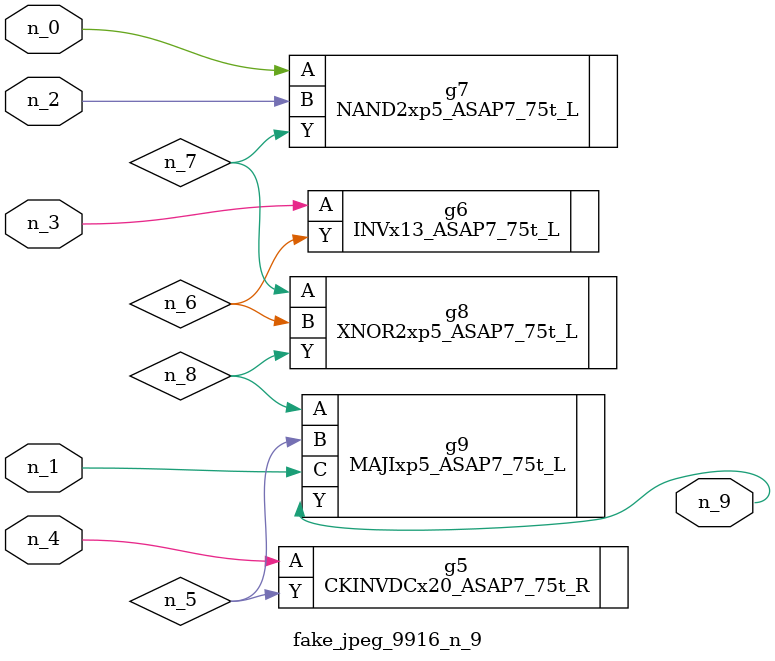
<source format=v>
module fake_jpeg_9916_n_9 (n_3, n_2, n_1, n_0, n_4, n_9);

input n_3;
input n_2;
input n_1;
input n_0;
input n_4;

output n_9;

wire n_8;
wire n_6;
wire n_5;
wire n_7;

CKINVDCx20_ASAP7_75t_R g5 ( 
.A(n_4),
.Y(n_5)
);

INVx13_ASAP7_75t_L g6 ( 
.A(n_3),
.Y(n_6)
);

NAND2xp5_ASAP7_75t_L g7 ( 
.A(n_0),
.B(n_2),
.Y(n_7)
);

XNOR2xp5_ASAP7_75t_L g8 ( 
.A(n_7),
.B(n_6),
.Y(n_8)
);

MAJIxp5_ASAP7_75t_L g9 ( 
.A(n_8),
.B(n_5),
.C(n_1),
.Y(n_9)
);


endmodule
</source>
